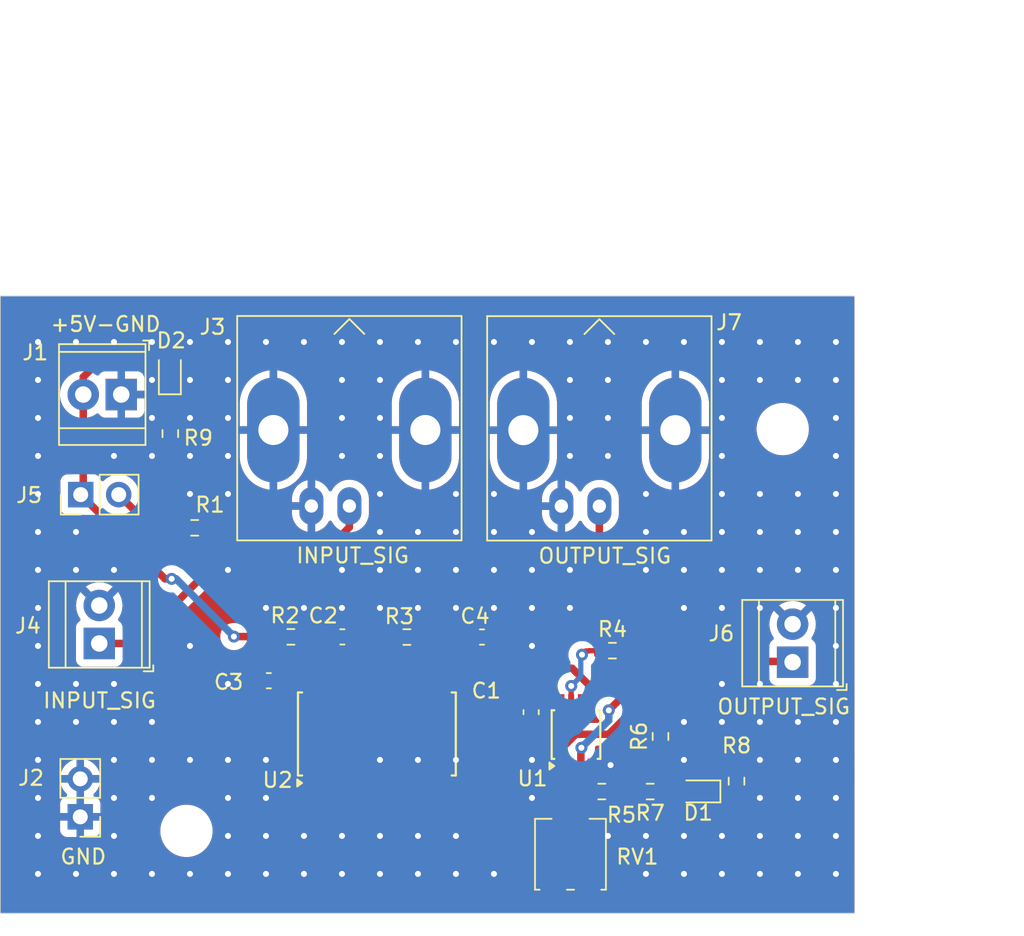
<source format=kicad_pcb>
(kicad_pcb (version 20240108) (generator "pcbnew") (generator_version "8.0")
  (layers (0 "F.Cu" signal) (31 "B.Cu" signal) (34 "B.Paste" user) (35 "F.Paste" user) (36 "B.SilkS" user "B.Silkscreen") (37 "F.SilkS" user "F.Silkscreen") (38 "B.Mask" user) (39 "F.Mask" user) (44 "Edge.Cuts" user))
  (net 0 "")
  (net 1 "/Vcc")
  (net 2 "GND")
  (net 3 "Net-(U2A-RCext)")
  (net 4 "Net-(U2A-Cext)")
  (net 5 "Net-(U1B-+)")
  (net 6 "Net-(D1-K)")
  (net 7 "Net-(D1-A)")
  (net 8 "Net-(J3-In)")
  (net 9 "Net-(J5-Pin_2)")
  (net 10 "Net-(J6-Pin_1)")
  (net 11 "Net-(U2A-Q)")
  (net 12 "Net-(U1B--)")
  (net 13 "Net-(U1A-+)")
  (net 14 "Net-(U1A--)")
  (net 24 "Net-(D2-K)")
  (footprint "Resistor_SMD:R_0603_1608Metric" (layer "F.Cu") (at 130.380946 93.336654 180)
    (property "Reference" "R7" (at 0 -1.43 180) (layer "F.SilkS"))
    (property "Value" "0")
    (fp_line (start -0.237258 0.5225) (end 0.237258 0.5225) (stroke (width 0.12)) (layer "F.SilkS"))
    (fp_line (start -0.237258 -0.5225) (end 0.237258 -0.5225) (stroke (width 0.12)) (layer "F.SilkS"))
    (pad "1" smd roundrect (at -0.825 0 180) (size 0.8 0.95) (layers "F.Cu" "F.Paste" "F.Mask") (net 7 "Net-(D1-A)"))
    (pad "2" smd roundrect (at 0.825 0 180) (size 0.8 0.95) (layers "F.Cu" "F.Paste" "F.Mask") (net 10 "Net-(J6-Pin_1)"))
  )
  (footprint "Resistor_SMD:R_0603_1608Metric" (layer "F.Cu") (at 127.855946 83.916654)
    (property "Reference" "R4" (at 0 -1.43 0) (layer "F.SilkS"))
    (property "Value" "10k")
    (fp_line (start -0.237258 -0.5225) (end 0.237258 -0.5225) (stroke (width 0.12)) (layer "F.SilkS"))
    (fp_line (start -0.237258 0.5225) (end 0.237258 0.5225) (stroke (width 0.12)) (layer "F.SilkS"))
    (pad "1" smd roundrect (at -0.825 0) (size 0.8 0.95) (layers "F.Cu" "F.Paste" "F.Mask") (net 12 "Net-(U1B--)"))
    (pad "2" smd roundrect (at 0.825 0) (size 0.8 0.95) (layers "F.Cu" "F.Paste" "F.Mask") (net 13 "Net-(U1A-+)"))
  )
  (footprint "Resistor_SMD:R_0603_1608Metric" (layer "F.Cu") (at 136.150946 92.641654 90)
    (property "Reference" "R8" (at 2.375 0 0) (layer "F.SilkS"))
    (property "Value" "270")
    (fp_line (start -0.237258 -0.5225) (end 0.237258 -0.5225) (stroke (width 0.12)) (layer "F.SilkS"))
    (fp_line (start -0.237258 0.5225) (end 0.237258 0.5225) (stroke (width 0.12)) (layer "F.SilkS"))
    (pad "1" smd roundrect (at -0.825 0 90) (size 0.8 0.95) (layers "F.Cu" "F.Paste" "F.Mask") (net 6 "Net-(D1-K)"))
    (pad "2" smd roundrect (at 0.825 0 90) (size 0.8 0.95) (layers "F.Cu" "F.Paste" "F.Mask") (net 2 "GND"))
  )
  (footprint "Resistor_SMD:R_0603_1608Metric" (layer "F.Cu") (at 99.930946 75.706654)
    (property "Reference" "R1" (at 1.02 -1.54 0) (layer "F.SilkS"))
    (property "Value" "10k")
    (fp_line (start -0.237258 -0.5225) (end 0.237258 -0.5225) (stroke (width 0.12)) (layer "F.SilkS"))
    (fp_line (start -0.237258 0.5225) (end 0.237258 0.5225) (stroke (width 0.12)) (layer "F.SilkS"))
    (pad "1" smd roundrect (at -0.825 0) (size 0.8 0.95) (layers "F.Cu" "F.Paste" "F.Mask") (net 9 "Net-(J5-Pin_2)"))
    (pad "2" smd roundrect (at 0.825 0) (size 0.8 0.95) (layers "F.Cu" "F.Paste" "F.Mask") (net 8 "Net-(J3-In)"))
  )
  (footprint "Capacitor_SMD:C_0603_1608Metric" (layer "F.Cu") (at 122.420946 88.031654 -90)
    (property "Reference" "C1" (at -1.435 3 180) (layer "F.SilkS"))
    (property "Value" "100nF")
    (fp_line (start -0.14058 0.51) (end 0.14058 0.51) (stroke (width 0.12)) (layer "F.SilkS"))
    (fp_line (start -0.14058 -0.51) (end 0.14058 -0.51) (stroke (width 0.12)) (layer "F.SilkS"))
    (pad "1" smd roundrect (at -0.775 0 270) (size 0.9 0.95) (layers "F.Cu" "F.Paste" "F.Mask") (net 1 "/Vcc"))
    (pad "2" smd roundrect (at 0.775 0 270) (size 0.9 0.95) (layers "F.Cu" "F.Paste" "F.Mask") (net 2 "GND"))
  )
  (footprint "Package_SO:SOIC-16W_5.3x10.2mm_P1.27mm" (layer "F.Cu") (at 112.110946 89.486654 90)
    (property "Reference" "U2" (at -3.08 -6.64 0) (layer "F.SilkS"))
    (property "Value" "74HC123D")
    (fp_line (start 2.775 -5.275) (end 2.775 -5) (stroke (width 0.15)) (layer "F.SilkS"))
    (fp_line (start -2.775 -5.275) (end 2.775 -5.275) (stroke (width 0.15)) (layer "F.SilkS"))
    (fp_line (start -2.775 -5.275) (end -2.775 -5) (stroke (width 0.15)) (layer "F.SilkS"))
    (fp_line (start 2.775 5.275) (end 2.775 5) (stroke (width 0.15)) (layer "F.SilkS"))
    (fp_line (start -2.775 5.275) (end -2.775 5) (stroke (width 0.15)) (layer "F.SilkS"))
    (fp_line (start -2.775 5.275) (end 2.775 5.275) (stroke (width 0.15)) (layer "F.SilkS"))
    (fp_poly (pts (xy -3.275 -5) (xy -3.515 -5.33) (xy -3.035 -5.33) (xy -3.275 -5)) (stroke (width 0.12)) (fill solid) (layer "F.SilkS"))
    (pad "1" smd rect (at -3.55 -4.445 90) (size 1.5 0.6) (layers "F.Cu" "F.Paste" "F.Mask"))
    (pad "2" smd rect (at -3.55 -3.175 90) (size 1.5 0.6) (layers "F.Cu" "F.Paste" "F.Mask") (net 8 "Net-(J3-In)"))
    (pad "3" smd rect (at -3.55 -1.905 90) (size 1.5 0.6) (layers "F.Cu" "F.Paste" "F.Mask") (net 2 "GND"))
    (pad "4" smd rect (at -3.55 -0.635 90) (size 1.5 0.6) (layers "F.Cu" "F.Paste" "F.Mask"))
    (pad "5" smd rect (at -3.55 0.635 90) (size 1.5 0.6) (layers "F.Cu" "F.Paste" "F.Mask"))
    (pad "6" smd rect (at -3.55 1.905 90) (size 1.5 0.6) (layers "F.Cu" "F.Paste" "F.Mask"))
    (pad "7" smd rect (at -3.55 3.175 90) (size 1.5 0.6) (layers "F.Cu" "F.Paste" "F.Mask"))
    (pad "8" smd rect (at -3.55 4.445 90) (size 1.5 0.6) (layers "F.Cu" "F.Paste" "F.Mask") (net 2 "GND"))
    (pad "9" smd rect (at 3.55 4.445 90) (size 1.5 0.6) (layers "F.Cu" "F.Paste" "F.Mask"))
    (pad "10" smd rect (at 3.55 3.175 90) (size 1.5 0.6) (layers "F.Cu" "F.Paste" "F.Mask"))
    (pad "11" smd rect (at 3.55 1.905 90) (size 1.5 0.6) (layers "F.Cu" "F.Paste" "F.Mask"))
    (pad "12" smd rect (at 3.55 0.635 90) (size 1.5 0.6) (layers "F.Cu" "F.Paste" "F.Mask"))
    (pad "13" smd rect (at 3.55 -0.635 90) (size 1.5 0.6) (layers "F.Cu" "F.Paste" "F.Mask") (net 11 "Net-(U2A-Q)"))
    (pad "14" smd rect (at 3.55 -1.905 90) (size 1.5 0.6) (layers "F.Cu" "F.Paste" "F.Mask") (net 4 "Net-(U2A-Cext)"))
    (pad "15" smd rect (at 3.55 -3.175 90) (size 1.5 0.6) (layers "F.Cu" "F.Paste" "F.Mask") (net 3 "Net-(U2A-RCext)"))
    (pad "16" smd rect (at 3.55 -4.445 90) (size 1.5 0.6) (layers "F.Cu" "F.Paste" "F.Mask") (net 1 "/Vcc"))
  )
  (footprint "Resistor_SMD:R_0603_1608Metric" (layer "F.Cu") (at 98.300946 69.406654 -90)
    (property "Reference" "R9" (at 0.29 -1.87 180) (layer "F.SilkS"))
    (property "Value" "270")
    (fp_line (start -0.237258 0.5225) (end 0.237258 0.5225) (stroke (width 0.12)) (layer "F.SilkS"))
    (fp_line (start -0.237258 -0.5225) (end 0.237258 -0.5225) (stroke (width 0.12)) (layer "F.SilkS"))
    (pad "1" smd roundrect (at -0.825 0 270) (size 0.8 0.95) (layers "F.Cu" "F.Paste" "F.Mask") (net 24 "Net-(D2-K)"))
    (pad "2" smd roundrect (at 0.825 0 270) (size 0.8 0.95) (layers "F.Cu" "F.Paste" "F.Mask") (net 2 "GND"))
  )
  (footprint "Capacitor_SMD:C_0603_1608Metric" (layer "F.Cu") (at 109.800946 82.996654)
    (property "Reference" "C2" (at -1.28 -1.42 0) (layer "F.SilkS"))
    (property "Value" "100nF")
    (fp_line (start -0.14058 -0.51) (end 0.14058 -0.51) (stroke (width 0.12)) (layer "F.SilkS"))
    (fp_line (start -0.14058 0.51) (end 0.14058 0.51) (stroke (width 0.12)) (layer "F.SilkS"))
    (pad "1" smd roundrect (at -0.775 0) (size 0.9 0.95) (layers "F.Cu" "F.Paste" "F.Mask") (net 3 "Net-(U2A-RCext)"))
    (pad "2" smd roundrect (at 0.775 0) (size 0.9 0.95) (layers "F.Cu" "F.Paste" "F.Mask") (net 4 "Net-(U2A-Cext)"))
  )
  (footprint "Resistor_SMD:R_0603_1608Metric" (layer "F.Cu") (at 114.115946 83.006654)
    (property "Reference" "R3" (at -0.505 -1.38 0) (layer "F.SilkS"))
    (property "Value" "10k")
    (fp_line (start -0.237258 -0.5225) (end 0.237258 -0.5225) (stroke (width 0.12)) (layer "F.SilkS"))
    (fp_line (start -0.237258 0.5225) (end 0.237258 0.5225) (stroke (width 0.12)) (layer "F.SilkS"))
    (pad "1" smd roundrect (at -0.825 0) (size 0.8 0.95) (layers "F.Cu" "F.Paste" "F.Mask") (net 11 "Net-(U2A-Q)"))
    (pad "2" smd roundrect (at 0.825 0) (size 0.8 0.95) (layers "F.Cu" "F.Paste" "F.Mask") (net 5 "Net-(U1B-+)"))
  )
  (footprint "Capacitor_SMD:C_0603_1608Metric" (layer "F.Cu") (at 104.885946 85.926654 180)
    (property "Reference" "C3" (at 2.685 -0.09 180) (layer "F.SilkS"))
    (property "Value" "100nF")
    (fp_line (start -0.14058 0.51) (end 0.14058 0.51) (stroke (width 0.12)) (layer "F.SilkS"))
    (fp_line (start -0.14058 -0.51) (end 0.14058 -0.51) (stroke (width 0.12)) (layer "F.SilkS"))
    (pad "1" smd roundrect (at -0.775 0 180) (size 0.9 0.95) (layers "F.Cu" "F.Paste" "F.Mask") (net 1 "/Vcc"))
    (pad "2" smd roundrect (at 0.775 0 180) (size 0.9 0.95) (layers "F.Cu" "F.Paste" "F.Mask") (net 2 "GND"))
  )
  (footprint "Resistor_SMD:R_0603_1608Metric" (layer "F.Cu") (at 131.070946 89.651654 90)
    (property "Reference" "R6" (at 0 -1.43 -90) (layer "F.SilkS"))
    (property "Value" "10k")
    (fp_line (start -0.237258 -0.5225) (end 0.237258 -0.5225) (stroke (width 0.12)) (layer "F.SilkS"))
    (fp_line (start -0.237258 0.5225) (end 0.237258 0.5225) (stroke (width 0.12)) (layer "F.SilkS"))
    (pad "1" smd roundrect (at -0.825 0 90) (size 0.8 0.95) (layers "F.Cu" "F.Paste" "F.Mask") (net 2 "GND"))
    (pad "2" smd roundrect (at 0.825 0 90) (size 0.8 0.95) (layers "F.Cu" "F.Paste" "F.Mask") (net 10 "Net-(J6-Pin_1)"))
  )
  (footprint "LED_SMD:LED_0603_1608Metric" (layer "F.Cu") (at 98.270946 65.294154 90)
    (property "Reference" "D2" (at 2.1075 0.09 0) (layer "F.SilkS"))
    (property "Value" "LED")
    (fp_line (start 0.8 -0.735) (end -1.485 -0.735) (stroke (width 0.12)) (layer "F.SilkS"))
    (fp_line (start -1.485 -0.735) (end -1.485 0.735) (stroke (width 0.12)) (layer "F.SilkS"))
    (fp_line (start -1.485 0.735) (end 0.8 0.735) (stroke (width 0.12)) (layer "F.SilkS"))
    (pad "1" smd roundrect (at -0.7875 0 90) (size 0.875 0.95) (layers "F.Cu" "F.Paste" "F.Mask") (net 24 "Net-(D2-K)"))
    (pad "2" smd roundrect (at 0.7875 0 90) (size 0.875 0.95) (layers "F.Cu" "F.Paste" "F.Mask") (net 1 "/Vcc"))
  )
  (footprint "Connector_Coaxial:BNC_Amphenol_B6252HB-NPP3G-50_Horizontal" (layer "F.Cu") (at 126.980946 74.256654)
    (property "Reference" "J7" (at 8.67 -12.28 0) (layer "F.SilkS"))
    (property "Value" "Conn_Coaxial")
    (fp_line (start -7.5 -12.7) (end 7.5 -12.7) (stroke (width 0.12)) (layer "F.SilkS"))
    (fp_line (start -7.5 2.3) (end -7.5 -12.7) (stroke (width 0.12)) (layer "F.SilkS"))
    (fp_line (start 0 -12.5) (end -1 -11.5) (stroke (width 0.12)) (layer "F.SilkS"))
    (fp_line (start 0 -12.5) (end 1 -11.5) (stroke (width 0.12)) (layer "F.SilkS"))
    (fp_line (start 7.5 -12.7) (end 7.5 2.3) (stroke (width 0.12)) (layer "F.SilkS"))
    (fp_line (start 7.5 2.3) (end -7.5 2.3) (stroke (width 0.12)) (layer "F.SilkS"))
    (pad "1" thru_hole oval (at 0 0) (size 1.6 2.5) (drill 0.89) (layers "*.Cu" "*.Mask") (net 10 "Net-(J6-Pin_1)"))
    (pad "2" thru_hole oval (at -5.08 -5.08) (size 3.5 7) (drill 2.01) (layers "*.Cu" "*.Mask") (net 2 "GND"))
    (pad "2" thru_hole oval (at -2.54 0) (size 1.6 2.5) (drill 0.89) (layers "*.Cu" "*.Mask") (net 2 "GND"))
    (pad "2" thru_hole oval (at 5.08 -5.08) (size 3.5 7) (drill 2.01) (layers "*.Cu" "*.Mask") (net 2 "GND"))
  )
  (footprint "Capacitor_SMD:C_0603_1608Metric" (layer "F.Cu") (at 119.135946 83.006654)
    (property "Reference" "C4" (at -0.465 -1.4 0) (layer "F.SilkS"))
    (property "Value" "100nF")
    (fp_line (start -0.14058 -0.51) (end 0.14058 -0.51) (stroke (width 0.12)) (layer "F.SilkS"))
    (fp_line (start -0.14058 0.51) (end 0.14058 0.51) (stroke (width 0.12)) (layer "F.SilkS"))
    (pad "1" smd roundrect (at -0.775 0) (size 0.9 0.95) (layers "F.Cu" "F.Paste" "F.Mask") (net 5 "Net-(U1B-+)"))
    (pad "2" smd roundrect (at 0.775 0) (size 0.9 0.95) (layers "F.Cu" "F.Paste" "F.Mask") (net 2 "GND"))
  )
  (footprint "LED_SMD:LED_0603_1608Metric" (layer "F.Cu") (at 133.588446 93.326654 180)
    (property "Reference" "D1" (at 0 -1.43 180) (layer "F.SilkS"))
    (property "Value" "LED")
    (fp_line (start 0.8 -0.735) (end -1.485 -0.735) (stroke (width 0.12)) (layer "F.SilkS"))
    (fp_line (start -1.485 0.735) (end 0.8 0.735) (stroke (width 0.12)) (layer "F.SilkS"))
    (fp_line (start -1.485 -0.735) (end -1.485 0.735) (stroke (width 0.12)) (layer "F.SilkS"))
    (pad "1" smd roundrect (at -0.7875 0 180) (size 0.875 0.95) (layers "F.Cu" "F.Paste" "F.Mask") (net 6 "Net-(D1-K)"))
    (pad "2" smd roundrect (at 0.7875 0 180) (size 0.875 0.95) (layers "F.Cu" "F.Paste" "F.Mask") (net 7 "Net-(D1-A)"))
  )
  (footprint "Connector_Coaxial:BNC_Amphenol_B6252HB-NPP3G-50_Horizontal" (layer "F.Cu") (at 110.270946 74.246654)
    (property "Reference" "J3" (at -9.15 -11.97 0) (layer "F.SilkS"))
    (property "Value" "Conn_Coaxial")
    (fp_line (start -7.5 -12.7) (end 7.5 -12.7) (stroke (width 0.12)) (layer "F.SilkS"))
    (fp_line (start -7.5 2.3) (end -7.5 -12.7) (stroke (width 0.12)) (layer "F.SilkS"))
    (fp_line (start 0 -12.5) (end -1 -11.5) (stroke (width 0.12)) (layer "F.SilkS"))
    (fp_line (start 0 -12.5) (end 1 -11.5) (stroke (width 0.12)) (layer "F.SilkS"))
    (fp_line (start 7.5 -12.7) (end 7.5 2.3) (stroke (width 0.12)) (layer "F.SilkS"))
    (fp_line (start 7.5 2.3) (end -7.5 2.3) (stroke (width 0.12)) (layer "F.SilkS"))
    (pad "1" thru_hole oval (at 0 0) (size 1.6 2.5) (drill 0.89) (layers "*.Cu" "*.Mask") (net 8 "Net-(J3-In)"))
    (pad "2" thru_hole oval (at -5.08 -5.08) (size 3.5 7) (drill 2.01) (layers "*.Cu" "*.Mask") (net 2 "GND"))
    (pad "2" thru_hole oval (at -2.54 0) (size 1.6 2.5) (drill 0.89) (layers "*.Cu" "*.Mask") (net 2 "GND"))
    (pad "2" thru_hole oval (at 5.08 -5.08) (size 3.5 7) (drill 2.01) (layers "*.Cu" "*.Mask") (net 2 "GND"))
  )
  (footprint "MountingHole:MountingHole_3mm" (layer "F.Cu") (at 139.240946 69.106654)
    (property "Reference" "H2" (hide yes))
    (property "Value" "MountingHole")
    (pad "" np_thru_hole circle (at 0 0) (size 3 3) (drill 3) (layers "*.Cu" "*.Mask"))
  )
  (footprint "MountingHole:MountingHole_3mm" (layer "F.Cu") (at 99.380946 95.966654)
    (property "Reference" "H1" (hide yes))
    (property "Value" "MountingHole")
    (pad "" np_thru_hole circle (at 0 0) (size 3 3) (drill 3) (layers "*.Cu" "*.Mask"))
  )
  (footprint "Resistor_SMD:R_0603_1608Metric" (layer "F.Cu") (at 127.145946 93.336654)
    (property "Reference" "R5" (at 1.315 1.56 0) (layer "F.SilkS"))
    (property "Value" "10k")
    (fp_line (start -0.237258 -0.5225) (end 0.237258 -0.5225) (stroke (width 0.12)) (layer "F.SilkS"))
    (fp_line (start -0.237258 0.5225) (end 0.237258 0.5225) (stroke (width 0.12)) (layer "F.SilkS"))
    (pad "1" smd roundrect (at -0.825 0) (size 0.8 0.95) (layers "F.Cu" "F.Paste" "F.Mask") (net 13 "Net-(U1A-+)"))
    (pad "2" smd roundrect (at 0.825 0) (size 0.8 0.95) (layers "F.Cu" "F.Paste" "F.Mask") (net 10 "Net-(J6-Pin_1)"))
  )
  (footprint "TerminalBlock_TE-Connectivity:TerminalBlock_TE_282834-2_1x02_P2.54mm_Horizontal" (layer "F.Cu") (at 95.020946 66.796654 180)
    (property "Reference" "J1" (at 5.75 2.81 180) (layer "F.SilkS"))
    (property "Value" "+5V")
    (fp_line (start 4.16 -3.37) (end 4.16 3.37) (stroke (width 0.12)) (layer "F.SilkS"))
    (fp_line (start -1.62 3.37) (end 4.16 3.37) (stroke (width 0.12)) (layer "F.SilkS"))
    (fp_line (start -1.62 2.85) (end 4.16 2.85) (stroke (width 0.12)) (layer "F.SilkS"))
    (fp_line (start -1.62 -2.25) (end 4.16 -2.25) (stroke (width 0.12)) (layer "F.SilkS"))
    (fp_line (start -1.62 -3.37) (end 4.16 -3.37) (stroke (width 0.12)) (layer "F.SilkS"))
    (fp_line (start -1.62 -3.37) (end -1.62 3.37) (stroke (width 0.12)) (layer "F.SilkS"))
    (fp_line (start -1.86 3.61) (end -1.46 3.61) (stroke (width 0.12)) (layer "F.SilkS"))
    (fp_line (start -1.86 2.97) (end -1.86 3.61) (stroke (width 0.12)) (layer "F.SilkS"))
    (pad "1" thru_hole rect (at 0 0 180) (size 2.1 2.1) (drill 1.1) (layers "*.Cu" "*.Mask") (net 2 "GND"))
    (pad "2" thru_hole circle (at 2.54 0 180) (size 2.1 2.1) (drill 1.1) (layers "*.Cu" "*.Mask") (net 1 "/Vcc"))
  )
  (footprint "Resistor_SMD:R_0603_1608Metric" (layer "F.Cu") (at 106.360946 82.996654)
    (property "Reference" "R2" (at -0.39 -1.43 0) (layer "F.SilkS"))
    (property "Value" "10k")
    (fp_line (start -0.237258 -0.5225) (end 0.237258 -0.5225) (stroke (width 0.12)) (layer "F.SilkS"))
    (fp_line (start -0.237258 0.5225) (end 0.237258 0.5225) (stroke (width 0.12)) (layer "F.SilkS"))
    (pad "1" smd roundrect (at -0.825 0) (size 0.8 0.95) (layers "F.Cu" "F.Paste" "F.Mask") (net 1 "/Vcc"))
    (pad "2" smd roundrect (at 0.825 0) (size 0.8 0.95) (layers "F.Cu" "F.Paste" "F.Mask") (net 3 "Net-(U2A-RCext)"))
  )
  (footprint "Package_SO:TSSOP-8_3x3mm_P0.65mm" (layer "F.Cu") (at 125.420946 89.526654 90)
    (property "Reference" "U1" (at -2.94 -2.91 0) (layer "F.SilkS"))
    (property "Value" "LM358DR")
    (fp_line (start 1.625 -1.625) (end 1.625 -1.45) (stroke (width 0.15)) (layer "F.SilkS"))
    (fp_line (start -1.625 -1.625) (end 1.625 -1.625) (stroke (width 0.15)) (layer "F.SilkS"))
    (fp_line (start -1.625 -1.625) (end -1.625 -1.45) (stroke (width 0.15)) (layer "F.SilkS"))
    (fp_line (start 1.625 1.45) (end 1.625 1.625) (stroke (width 0.15)) (layer "F.SilkS"))
    (fp_line (start -1.625 1.45) (end -1.625 1.625) (stroke (width 0.15)) (layer "F.SilkS"))
    (fp_line (start -1.625 1.625) (end 1.625 1.625) (stroke (width 0.15)) (layer "F.SilkS"))
    (fp_poly (pts (xy -2.1 -1.45) (xy -2.34 -1.78) (xy -1.86 -1.78) (xy -2.1 -1.45)) (stroke (width 0.12)) (fill solid) (layer "F.SilkS"))
    (pad "1" smd rect (at -2.15 -0.975 90) (size 1.1 0.4) (layers "F.Cu" "F.Paste" "F.Mask") (net 10 "Net-(J6-Pin_1)"))
    (pad "2" smd rect (at -2.15 -0.325 90) (size 1.1 0.4) (layers "F.Cu" "F.Paste" "F.Mask") (net 14 "Net-(U1A--)"))
    (pad "3" smd rect (at -2.15 0.325 90) (size 1.1 0.4) (layers "F.Cu" "F.Paste" "F.Mask") (net 13 "Net-(U1A-+)"))
    (pad "4" smd rect (at -2.15 0.975 90) (size 1.1 0.4) (layers "F.Cu" "F.Paste" "F.Mask") (net 2 "GND"))
    (pad "5" smd rect (at 2.15 0.975 90) (size 1.1 0.4) (layers "F.Cu" "F.Paste" "F.Mask") (net 5 "Net-(U1B-+)"))
    (pad "6" smd rect (at 2.15 0.325 90) (size 1.1 0.4) (layers "F.Cu" "F.Paste" "F.Mask") (net 12 "Net-(U1B--)"))
    (pad "7" smd rect (at 2.15 -0.325 90) (size 1.1 0.4) (layers "F.Cu" "F.Paste" "F.Mask") (net 12 "Net-(U1B--)"))
    (pad "8" smd rect (at 2.15 -0.975 90) (size 1.1 0.4) (layers "F.Cu" "F.Paste" "F.Mask") (net 1 "/Vcc"))
  )
  (footprint "Potentiometer_SMD:Potentiometer_Bourns_3314J_Vertical" (layer "F.Cu") (at 125.050946 97.526654 180)
    (property "Reference" "RV1" (at -4.47 -0.17 180) (layer "F.SilkS"))
    (property "Value" "R_Potentiometer")
    (fp_line (start 2.37 -2.37) (end 2.37 2.37) (stroke (width 0.12)) (layer "F.SilkS"))
    (fp_line (start 2.06 -2.37) (end 2.37 -2.37) (stroke (width 0.12)) (layer "F.SilkS"))
    (fp_line (start 1.26 2.37) (end 2.37 2.37) (stroke (width 0.12)) (layer "F.SilkS"))
    (fp_line (start -0.24 -2.37) (end 0.24 -2.37) (stroke (width 0.12)) (layer "F.SilkS"))
    (fp_line (start -2.37 2.37) (end -1.27 2.37) (stroke (width 0.12)) (layer "F.SilkS"))
    (fp_line (start -2.37 -2.37) (end -2.06 -2.37) (stroke (width 0.12)) (layer "F.SilkS"))
    (fp_line (start -2.37 -2.37) (end -2.37 2.37) (stroke (width 0.12)) (layer "F.SilkS"))
    (pad "1" smd roundrect (at -1.15 -2 180) (size 1.3 2) (layers "F.Cu" "F.Paste" "F.Mask") (roundrect_rratio 0.1923076923) (net 1 "/Vcc"))
    (pad "2" smd roundrect (at 0 2 180) (size 2 2) (layers "F.Cu" "F.Paste" "F.Mask") (roundrect_rratio 0.125) (net 14 "Net-(U1A--)"))
    (pad "3" smd roundrect (at 1.15 -2 180) (size 1.3 2) (layers "F.Cu" "F.Paste" "F.Mask") (roundrect_rratio 0.1923076923) (net 2 "GND"))
  )
  (footprint "TerminalBlock_TE-Connectivity:TerminalBlock_TE_282834-2_1x02_P2.54mm_Horizontal" (layer "F.Cu") (at 93.550946 83.436654 90)
    (property "Reference" "J4" (at 1.18 -4.77 180) (layer "F.SilkS"))
    (property "Value" "Sensor")
    (fp_line (start 4.16 -3.37) (end 4.16 3.37) (stroke (width 0.12)) (layer "F.SilkS"))
    (fp_line (start -1.62 -3.37) (end 4.16 -3.37) (stroke (width 0.12)) (layer "F.SilkS"))
    (fp_line (start -1.62 -3.37) (end -1.62 3.37) (stroke (width 0.12)) (layer "F.SilkS"))
    (fp_line (start -1.62 -2.25) (end 4.16 -2.25) (stroke (width 0.12)) (layer "F.SilkS"))
    (fp_line (start -1.62 2.85) (end 4.16 2.85) (stroke (width 0.12)) (layer "F.SilkS"))
    (fp_line (start -1.86 2.97) (end -1.86 3.61) (stroke (width 0.12)) (layer "F.SilkS"))
    (fp_line (start -1.62 3.37) (end 4.16 3.37) (stroke (width 0.12)) (layer "F.SilkS"))
    (fp_line (start -1.86 3.61) (end -1.46 3.61) (stroke (width 0.12)) (layer "F.SilkS"))
    (pad "1" thru_hole rect (at 0 0 90) (size 2.1 2.1) (drill 1.1) (layers "*.Cu" "*.Mask") (net 8 "Net-(J3-In)"))
    (pad "2" thru_hole circle (at 2.54 0 90) (size 2.1 2.1) (drill 1.1) (layers "*.Cu" "*.Mask") (net 2 "GND"))
  )
  (footprint "Connector_PinHeader_2.54mm:PinHeader_1x02_P2.54mm_Vertical" (layer "F.Cu") (at 92.280946 95.026654 180)
    (property "Reference" "J2" (at 3.29 2.6 0) (layer "F.SilkS"))
    (property "Value" "GND")
    (fp_line (start 1.33 1.27) (end 1.33 3.87) (stroke (width 0.12)) (layer "F.SilkS"))
    (fp_line (start -1.33 3.87) (end 1.33 3.87) (stroke (width 0.12)) (layer "F.SilkS"))
    (fp_line (start -1.33 1.27) (end 1.33 1.27) (stroke (width 0.12)) (layer "F.SilkS"))
    (fp_line (start -1.33 1.27) (end -1.33 3.87) (stroke (width 0.12)) (layer "F.SilkS"))
    (fp_line (start -1.33 0) (end -1.33 -1.33) (stroke (width 0.12)) (layer "F.SilkS"))
    (fp_line (start -1.33 -1.33) (end 0 -1.33) (stroke (width 0.12)) (layer "F.SilkS"))
    (pad "1" thru_hole rect (at 0 0 180) (size 1.7 1.7) (drill 1) (layers "*.Cu" "*.Mask") (net 2 "GND"))
    (pad "2" thru_hole oval (at 0 2.54 180) (size 1.7 1.7) (drill 1) (layers "*.Cu" "*.Mask") (net 2 "GND"))
  )
  (footprint "Connector_PinHeader_2.54mm:PinHeader_1x02_P2.54mm_Vertical" (layer "F.Cu") (at 92.310946 73.486654 90)
    (property "Reference" "J5" (at -0.04 -3.45 0) (layer "F.SilkS"))
    (property "Value" "LINK_Power")
    (fp_line (start -1.33 -1.33) (end 0 -1.33) (stroke (width 0.12)) (layer "F.SilkS"))
    (fp_line (start -1.33 0) (end -1.33 -1.33) (stroke (width 0.12)) (layer "F.SilkS"))
    (fp_line (start 1.33 1.27) (end 1.33 3.87) (stroke (width 0.12)) (layer "F.SilkS"))
    (fp_line (start -1.33 1.27) (end 1.33 1.27) (stroke (width 0.12)) (layer "F.SilkS"))
    (fp_line (start -1.33 1.27) (end -1.33 3.87) (stroke (width 0.12)) (layer "F.SilkS"))
    (fp_line (start -1.33 3.87) (end 1.33 3.87) (stroke (width 0.12)) (layer "F.SilkS"))
    (pad "1" thru_hole rect (at 0 0 90) (size 1.7 1.7) (drill 1) (layers "*.Cu" "*.Mask") (net 1 "/Vcc"))
    (pad "2" thru_hole oval (at 0 2.54 90) (size 1.7 1.7) (drill 1) (layers "*.Cu" "*.Mask") (net 9 "Net-(J5-Pin_2)"))
  )
  (footprint "TerminalBlock_TE-Connectivity:TerminalBlock_TE_282834-2_1x02_P2.54mm_Horizontal" (layer "F.Cu") (at 139.900946 84.686654 90)
    (property "Reference" "J6" (at 1.91 -4.76 0) (layer "F.SilkS"))
    (property "Value" "output")
    (fp_line (start 4.16 -3.37) (end 4.16 3.37) (stroke (width 0.12)) (layer "F.SilkS"))
    (fp_line (start -1.62 -3.37) (end 4.16 -3.37) (stroke (width 0.12)) (layer "F.SilkS"))
    (fp_line (start -1.62 -3.37) (end -1.62 3.37) (stroke (width 0.12)) (layer "F.SilkS"))
    (fp_line (start -1.62 -2.25) (end 4.16 -2.25) (stroke (width 0.12)) (layer "F.SilkS"))
    (fp_line (start -1.62 2.85) (end 4.16 2.85) (stroke (width 0.12)) (layer "F.SilkS"))
    (fp_line (start -1.86 2.97) (end -1.86 3.61) (stroke (width 0.12)) (layer "F.SilkS"))
    (fp_line (start -1.62 3.37) (end 4.16 3.37) (stroke (width 0.12)) (layer "F.SilkS"))
    (fp_line (start -1.86 3.61) (end -1.46 3.61) (stroke (width 0.12)) (layer "F.SilkS"))
    (pad "1" thru_hole rect (at 0 0 90) (size 2.1 2.1) (drill 1.1) (layers "*.Cu" "*.Mask") (net 10 "Net-(J6-Pin_1)"))
    (pad "2" thru_hole circle (at 2.54 0 90) (size 2.1 2.1) (drill 1.1) (layers "*.Cu" "*.Mask") (net 2 "GND"))
  )
  (gr_rect (start 86.940946 60.206654) (end 144.050946 101.476654) (stroke (width 0.05)) (fill none) (layer "Edge.Cuts"))
  (gr_text "GND" (at 90.860946 98.276654 0) (layer "F.SilkS") (effects (font (size 1 1)) (justify left bottom)))
  (gr_text "INPUT_SIG" (at 106.630946 78.146654 0) (layer "F.SilkS") (effects (font (size 1 1)) (justify left bottom)))
  (gr_text "+5V-GND" (at 90.210946 62.676654 0) (layer "F.SilkS") (effects (font (size 1 1)) (justify left bottom)))
  (gr_text "INPUT_SIG" (at 89.710946 87.836654 0) (layer "F.SilkS") (effects (font (size 1 1)) (justify left bottom)))
  (gr_text "OUTPUT_SIG" (at 134.780946 88.246654 0) (layer "F.SilkS") (effects (font (size 1 1)) (justify left bottom)))
  (gr_text "OUTPUT_SIG" (at 122.820946 78.166654 0) (layer "F.SilkS") (effects (font (size 1 1)) (justify left bottom)))
  (segment (start 92.310946 73.486654) (end 97.940946 79.116654) (width 0.5) (layer "F.Cu") (net 1))
  (segment (start 92.480946 65.626654) (end 93.600946 64.506654) (width 0.5) (layer "F.Cu") (net 1))
  (segment (start 125.320946 97.856654) (end 125.320946 98.646654) (width 0.5) (layer "F.Cu") (net 1))
  (segment (start 105.535946 83.806654) (end 106.873446 85.144154) (width 0.5) (layer "F.Cu") (net 1))
  (segment (start 92.480946 66.796654) (end 92.480946 65.626654) (width 0.5) (layer "F.Cu") (net 1))
  (segment (start 108.645946 87.596654) (end 120.280946 87.596654) (width 0.5) (layer "F.Cu") (net 1))
  (segment (start 123.070946 97.266654) (end 124.730946 97.266654) (width 0.5) (layer "F.Cu") (net 1))
  (segment (start 120.280946 94.476654) (end 123.070946 97.266654) (width 0.5) (layer "F.Cu") (net 1))
  (segment (start 97.940946 79.116654) (end 98.390946 79.116654) (width 0.5) (layer "F.Cu") (net 1))
  (segment (start 122.540946 87.376654) (end 122.420946 87.256654) (width 0.35) (layer "F.Cu") (net 1))
  (segment (start 120.280946 87.596654) (end 120.280946 94.476654) (width 0.5) (layer "F.Cu") (net 1))
  (segment (start 92.480946 66.796654) (end 92.480946 73.316654) (width 0.5) (layer "F.Cu") (net 1))
  (segment (start 107.665946 85.936654) (end 107.665946 86.616654) (width 0.5) (layer "F.Cu") (net 1))
  (segment (start 125.320946 98.646654) (end 126.200946 99.526654) (width 0.5) (layer "F.Cu") (net 1))
  (segment (start 93.600946 64.506654) (end 98.270946 64.506654) (width 0.5) (layer "F.Cu") (net 1))
  (segment (start 106.090946 85.926654) (end 106.873446 85.144154) (width 0.5) (layer "F.Cu") (net 1))
  (segment (start 124.445946 87.376654) (end 122.540946 87.376654) (width 0.35) (layer "F.Cu") (net 1))
  (segment (start 102.550946 82.976654) (end 105.515946 82.976654) (width 0.5) (layer "F.Cu") (net 1))
  (segment (start 92.480946 73.316654) (end 92.310946 73.486654) (width 0.5) (layer "F.Cu") (net 1))
  (segment (start 105.515946 82.976654) (end 105.535946 82.996654) (width 0.5) (layer "F.Cu") (net 1))
  (segment (start 107.665946 86.616654) (end 108.645946 87.596654) (width 0.5) (layer "F.Cu") (net 1))
  (segment (start 105.535946 82.996654) (end 105.535946 83.806654) (width 0.5) (layer "F.Cu") (net 1))
  (segment (start 120.280946 87.596654) (end 120.620946 87.256654) (width 0.5) (layer "F.Cu") (net 1))
  (segment (start 105.660946 85.926654) (end 106.090946 85.926654) (width 0.5) (layer "F.Cu") (net 1))
  (segment (start 120.620946 87.256654) (end 122.420946 87.256654) (width 0.5) (layer "F.Cu") (net 1))
  (segment (start 106.873446 85.144154) (end 107.665946 85.936654) (width 0.5) (layer "F.Cu") (net 1))
  (segment (start 124.730946 97.266654) (end 125.320946 97.856654) (width 0.5) (layer "F.Cu") (net 1))
  (via (at 98.390946 79.116654) (size 0.8) (drill 0.4) (layers "F.Cu" "B.Cu") (net 1))
  (via (at 102.550946 82.976654) (size 0.8) (drill 0.4) (layers "F.Cu" "B.Cu") (net 1))
  (segment (start 98.690946 79.116654) (end 102.550946 82.976654) (width 0.5) (layer "B.Cu") (net 1))
  (segment (start 98.390946 79.116654) (end 98.690946 79.116654) (width 0.5) (layer "B.Cu") (net 1))
  (segment (start 126.395946 91.676654) (end 127.620946 91.676654) (width 0.35) (layer "F.Cu") (net 2))
  (segment (start 127.620946 91.676654) (end 127.730946 91.566654) (width 0.35) (layer "F.Cu") (net 2))
  (via (at 137.715946 91.221654) (size 0.8) (drill 0.4) (layers "F.Cu" "B.Cu") (net 2))
  (via (at 104.695946 81.061654) (size 0.8) (drill 0.4) (layers "F.Cu" "B.Cu") (net 2))
  (via (at 89.455946 86.141654) (size 0.8) (drill 0.4) (layers "F.Cu" "B.Cu") (net 2))
  (via (at 114.855946 81.061654) (size 0.8) (drill 0.4) (layers "F.Cu" "B.Cu") (net 2))
  (via (at 94.535946 86.141654) (size 0.8) (drill 0.4) (layers "F.Cu" "B.Cu") (net 2))
  (via (at 130.095946 75.981654) (size 0.8) (drill 0.4) (layers "F.Cu" "B.Cu") (net 2))
  (via (at 99.615946 98.841654) (size 0.8) (drill 0.4) (layers "F.Cu" "B.Cu") (net 2))
  (via (at 140.255946 75.981654) (size 0.8) (drill 0.4) (layers "F.Cu" "B.Cu") (net 2))
  (via (at 109.775946 78.521654) (size 0.8) (drill 0.4) (layers "F.Cu" "B.Cu") (net 2))
  (via (at 97.075946 65.821654) (size 0.8) (drill 0.4) (layers "F.Cu" "B.Cu") (net 2))
  (via (at 102.155946 91.221654) (size 0.8) (drill 0.4) (layers "F.Cu" "B.Cu") (net 2))
  (via (at 89.455946 68.361654) (size 0.8) (drill 0.4) (layers "F.Cu" "B.Cu") (net 2))
  (via (at 94.535946 93.761654) (size 0.8) (drill 0.4) (layers "F.Cu" "B.Cu") (net 2))
  (via (at 117.395946 81.061654) (size 0.8) (drill 0.4) (layers "F.Cu" "B.Cu") (net 2))
  (via (at 142.795946 70.901654) (size 0.8) (drill 0.4) (layers "F.Cu" "B.Cu") (net 2))
  (via (at 109.775946 65.821654) (size 0.8) (drill 0.4) (layers "F.Cu" "B.Cu") (net 2))
  (via (at 109.775946 68.361654) (size 0.8) (drill 0.4) (layers "F.Cu" "B.Cu") (net 2))
  (via (at 114.855946 63.281654) (size 0.8) (drill 0.4) (layers "F.Cu" "B.Cu") (net 2))
  (via (at 89.455946 78.521654) (size 0.8) (drill 0.4) (layers "F.Cu" "B.Cu") (net 2))
  (via (at 135.175946 68.361654) (size 0.8) (drill 0.4) (layers "F.Cu" "B.Cu") (net 2))
  (via (at 91.995946 75.981654) (size 0.8) (drill 0.4) (layers "F.Cu" "B.Cu") (net 2))
  (via (at 130.095946 96.301654) (size 0.8) (drill 0.4) (layers "F.Cu" "B.Cu") (net 2))
  (via (at 137.715946 81.061654) (size 0.8) (drill 0.4) (layers "F.Cu" "B.Cu") (net 2))
  (via (at 107.235946 63.281654) (size 0.8) (drill 0.4) (layers "F.Cu" "B.Cu") (net 2))
  (via (at 102.155946 73.441654) (size 0.8) (drill 0.4) (layers "F.Cu" "B.Cu") (net 2))
  (via (at 127.555946 96.301654) (size 0.8) (drill 0.4) (layers "F.Cu" "B.Cu") (net 2))
  (via (at 142.795946 68.361654) (size 0.8) (drill 0.4) (layers "F.Cu" "B.Cu") (net 2))
  (via (at 112.315946 63.281654) (size 0.8) (drill 0.4) (layers "F.Cu" "B.Cu") (net 2))
  (via (at 142.795946 88.681654) (size 0.8) (drill 0.4) (layers "F.Cu" "B.Cu") (net 2))
  (via (at 127.555946 68.361654) (size 0.8) (drill 0.4) (layers "F.Cu" "B.Cu") (net 2))
  (via (at 132.635946 63.281654) (size 0.8) (drill 0.4) (layers "F.Cu" "B.Cu") (net 2))
  (via (at 94.535946 98.841654) (size 0.8) (drill 0.4) (layers "F.Cu" "B.Cu") (net 2))
  (via (at 135.175946 86.141654) (size 0.8) (drill 0.4) (layers "F.Cu" "B.Cu") (net 2))
  (via (at 112.315946 98.841654) (size 0.8) (drill 0.4) (layers "F.Cu" "B.Cu") (net 2))
  (via (at 104.695946 98.841654) (size 0.8) (drill 0.4) (layers "F.Cu" "B.Cu") (net 2))
  (via (at 94.535946 88.681654) (size 0.8) (drill 0.4) (layers "F.Cu" "B.Cu") (net 2))
  (via (at 109.775946 96.301654) (size 0.8) (drill 0.4) (layers "F.Cu" "B.Cu") (net 2))
  (via (at 142.795946 65.821654) (size 0.8) (drill 0.4) (layers "F.Cu" "B.Cu") (net 2))
  (via (at 91.995946 88.681654) (size 0.8) (drill 0.4) (layers "F.Cu" "B.Cu") (net 2))
  (via (at 97.075946 88.681654) (size 0.8) (drill 0.4) (layers "F.Cu" "B.Cu") (net 2))
  (via (at 135.175946 65.821654) (size 0.8) (drill 0.4) (layers "F.Cu" "B.Cu") (net 2))
  (via (at 119.935946 75.981654) (size 0.8) (drill 0.4) (layers "F.Cu" "B.Cu") (net 2))
  (via (at 99.615946 65.821654) (size 0.8) (drill 0.4) (layers "F.Cu" "B.Cu") (net 2))
  (via (at 104.695946 93.761654) (size 0.8) (drill 0.4) (layers "F.Cu" "B.Cu") (net 2))
  (via (at 137.715946 73.441654) (size 0.8) (drill 0.4) (layers "F.Cu" "B.Cu") (net 2))
  (via (at 135.175946 75.981654) (size 0.8) (drill 0.4) (layers "F.Cu" "B.Cu") (net 2))
  (via (at 132.635946 75.981654) (size 0.8) (drill 0.4) (layers "F.Cu" "B.Cu") (net 2))
  (via (at 142.795946 73.441654) (size 0.8) (drill 0.4) (layers "F.Cu" "B.Cu") (net 2))
  (via (at 114.855946 91.221654) (size 0.8) (drill 0.4) (layers "F.Cu" "B.Cu") (net 2))
  (via (at 94.535946 70.901654) (size 0.8) (drill 0.4) (layers "F.Cu" "B.Cu") (net 2))
  (via (at 127.730946 91.566654) (size 0.8) (drill 0.4) (layers "F.Cu" "B.Cu") (net 2))
  (via (at 119.935946 98.841654) (size 0.8) (drill 0.4) (layers "F.Cu" "B.Cu") (net 2))
  (via (at 99.615946 68.361654) (size 0.8) (drill 0.4) (layers "F.Cu" "B.Cu") (net 2))
  (via (at 99.615946 91.221654) (size 0.8) (drill 0.4) (layers "F.Cu" "B.Cu") (net 2))
  (via (at 94.535946 78.521654) (size 0.8) (drill 0.4) (layers "F.Cu" "B.Cu") (net 2))
  (via (at 94.535946 63.281654) (size 0.8) (drill 0.4) (layers "F.Cu" "B.Cu") (net 2))
  (via (at 107.235946 96.301654) (size 0.8) (drill 0.4) (layers "F.Cu" "B.Cu") (net 2))
  (via (at 137.715946 78.521654) (size 0.8) (drill 0.4) (layers "F.Cu" "B.Cu") (net 2))
  (via (at 102.155946 93.761654) (size 0.8) (drill 0.4) (layers "F.Cu" "B.Cu") (net 2))
  (via (at 137.715946 65.821654) (size 0.8) (drill 0.4) (layers "F.Cu" "B.Cu") (net 2))
  (via (at 122.475946 75.981654) (size 0.8) (drill 0.4) (layers "F.Cu" "B.Cu") (net 2))
  (via (at 117.395946 73.441654) (size 0.8) (drill 0.4) (layers "F.Cu" "B.Cu") (net 2))
  (via (at 99.615946 63.281654) (size 0.8) (drill 0.4) (layers "F.Cu" "B.Cu") (net 2))
  (via (at 122.475946 91.221654) (size 0.8) (drill 0.4) (layers "F.Cu" "B.Cu") (net 2))
  (via (at 142.795946 96.301654) (size 0.8) (drill 0.4) (layers "F.Cu" "B.Cu") (net 2))
  (via (at 127.555946 65.821654) (size 0.8) (drill 0.4) (layers "F.Cu" "B.Cu") (net 2))
  (via (at 99.615946 70.901654) (size 0.8) (drill 0.4) (layers "F.Cu" "B.Cu") (net 2))
  (via (at 112.315946 75.981654) (size 0.8) (drill 0.4) (layers "F.Cu" "B.Cu") (net 2))
  (via (at 140.255946 63.281654) (size 0.8) (drill 0.4) (layers "F.Cu" "B.Cu") (net 2))
  (via (at 89.455946 88.681654) (size 0.8) (drill 0.4) (layers "F.Cu" "B.Cu") (net 2))
  (via (at 97.075946 68.361654) (size 0.8) (drill 0.4) (layers "F.Cu" "B.Cu") (net 2))
  (via (at 107.235946 98.841654) (size 0.8) (drill 0.4) (layers "F.Cu" "B.Cu") (net 2))
  (via (at 109.775946 70.901654) (size 0.8) (drill 0.4) (layers "F.Cu" "B.Cu") (net 2))
  (via (at 112.315946 65.821654) (size 0.8) (drill 0.4) (layers "F.Cu" "B.Cu") (net 2))
  (via (at 119.935946 78.521654) (size 0.8) (drill 0.4) (layers "F.Cu" "B.Cu") (net 2))
  (via (at 112.315946 70.901654) (size 0.8) (drill 0.4) (layers "F.Cu" "B.Cu") (net 2))
  (via (at 91.995946 98.841654) (size 0.8) (drill 0.4) (layers "F.Cu" "B.Cu") (net 2))
  (via (at 140.255946 91.221654) (size 0.8) (drill 0.4) (layers "F.Cu" "B.Cu") (net 2))
  (via (at 132.635946 96.301654) (size 0.8) (drill 0.4) (layers "F.Cu" "B.Cu") (net 2))
  (via (at 114.855946 98.841654) (size 0.8) (drill 0.4) (layers "F.Cu" "B.Cu") (net 2))
  (via (at 117.395946 75.981654) (size 0.8) (drill 0.4) (layers "F.Cu" "B.Cu") (net 2))
  (via (at 122.475946 78.521654) (size 0.8) (drill 0.4) (layers "F.Cu" "B.Cu") (net 2))
  (via (at 97.075946 98.841654) (size 0.8) (drill 0.4) (layers "F.Cu" "B.Cu") (net 2))
  (via (at 114.855946 78.521654) (size 0.8) (drill 0.4) (layers "F.Cu" "B.Cu") (net 2))
  (via (at 89.455946 83.601654) (size 0.8) (drill 0.4) (layers "F.Cu" "B.Cu") (net 2))
  (via (at 102.155946 65.821654) (size 0.8) (drill 0.4) (layers "F.Cu" "B.Cu") (net 2))
  (via (at 112.315946 91.221654) (size 0.8) (drill 0.4) (layers "F.Cu" "B.Cu") (net 2))
  (via (at 135.175946 96.301654) (size 0.8) (drill 0.4) (layers "F.Cu" "B.Cu") (net 2))
  (via (at 89.455946 75.981654) (size 0.8) (drill 0.4) (layers "F.Cu" "B.Cu") (net 2))
  (via (at 142.795946 75.981654) (size 0.8) (drill 0.4) (layers "F.Cu" "B.Cu") (net 2))
  (via (at 142.795946 98.841654) (size 0.8) (drill 0.4) (layers "F.Cu" "B.Cu") (net 2))
  (via (at 117.395946 78.521654) (size 0.8) (drill 0.4) (layers "F.Cu" "B.Cu") (net 2))
  (via (at 117.395946 98.841654) (size 0.8) (drill 0.4) (layers "F.Cu" "B.Cu") (net 2))
  (via (at 91.995946 86.141654) (size 0.8) (drill 0.4) (layers "F.Cu" "B.Cu") (net 2))
  (via (at 109.775946 81.061654) (size 0.8) (drill 0.4) (layers "F.Cu" "B.Cu") (net 2))
  (via (at 117.395946 91.221654) (size 0.8) (drill 0.4) (layers "F.Cu" "B.Cu") (net 2))
  (via (at 140.255946 65.821654) (size 0.8) (drill 0.4) (layers "F.Cu" "B.Cu") (net 2))
  (via (at 109.775946 63.281654) (size 0.8) (drill 0.4) (layers "F.Cu" "B.Cu") (net 2))
  (via (at 142.795946 93.761654) (size 0.8) (drill 0.4) (layers "F.Cu" "B.Cu") (net 2))
  (via (at 137.715946 86.141654) (size 0.8) (drill 0.4) (layers "F.Cu" "B.Cu") (net 2))
  (via (at 89.455946 96.301654) (size 0.8) (drill 0.4) (layers "F.Cu" "B.Cu") (net 2))
  (via (at 140.255946 96.301654) (size 0.8) (drill 0.4) (layers "F.Cu" "B.Cu") (net 2))
  (via (at 89.455946 63.281654) (size 0.8) (drill 0.4) (layers "F.Cu" "B.Cu") (net 2))
  (via (at 97.075946 63.281654) (size 0.8) (drill 0.4) (layers "F.Cu" "B.Cu") (net 2))
  (via (at 135.175946 70.901654) (size 0.8) (drill 0.4) (layers "F.Cu" "B.Cu") (net 2))
  (via (at 119.935946 81.061654) (size 0.8) (drill 0.4) (layers "F.Cu" "B.Cu") (net 2))
  (via (at 127.555946 63.281654) (size 0.8) (drill 0.4) (layers "F.Cu" "B.Cu") (net 2))
  (via (at 97.075946 70.901654) (size 0.8) (drill 0.4) (layers "F.Cu" "B.Cu") (net 2))
  (via (at 132.635946 81.061654) (size 0.8) (drill 0.4) (layers "F.Cu" "B.Cu") (net 2))
  (via (at 89.455946 91.221654) (size 0.8) (drill 0.4) (layers "F.Cu" "B.Cu") (net 2))
  (via (at 104.695946 96.301654) (size 0.8) (drill 0.4) (layers "F.Cu" "B.Cu") (net 2))
  (via (at 130.095946 78.521654) (size 0.8) (drill 0.4) (layers "F.Cu" "B.Cu") (net 2))
  (via (at 132.635946 98.841654) (size 0.8) (drill 0.4) (layers "F.Cu" "B.Cu") (net 2))
  (via (at 91.995946 78.521654) (size 0.8) (drill 0.4) (layers "F.Cu" "B.Cu") (net 2))
  (via (at 94.535946 96.301654) (size 0.8) (drill 0.4) (layers "F.Cu" "B.Cu") (net 2))
  (via (at 102.155946 96.301654) (size 0.8) (drill 0.4) (layers "F.Cu" "B.Cu") (net 2))
  (via (at 125.015946 65.821654) (size 0.8) (drill 0.4) (layers "F.Cu" "B.Cu") (net 2))
  (via (at 137.715946 63.281654) (size 0.8) (drill 0.4) (layers "F.Cu" "B.Cu") (net 2))
  (via (at 102.155946 78.521654) (size 0.8) (drill 0.4) (layers "F.Cu" "B.Cu") (net 2))
  (via (at 104.695946 91.221654) (size 0.8) (drill 0.4) (layers "F.Cu" "B.Cu") (net 2))
  (via (at 112.315946 68.361654) (size 0.8) (drill 0.4) (layers "F.Cu" "B.Cu") (net 2))
  (via (at 137.715946 88.681654) (size 0.8) (drill 0.4) (layers "F.Cu" "B.Cu") (net 2))
  (via (at 132.635946 91.221654) (size 0.8) (drill 0.4) (layers "F.Cu" "B.Cu") (net 2))
  (via (at 132.635946 88.681654) (size 0.8) (drill 0.4) (layers "F.Cu" "B.Cu") (net 2))
  (via (at 125.015946 68.361654) (size 0.8) (drill 0.4) (layers "F.Cu" "B.Cu") (net 2))
  (via (at 140.255946 98.841654) (size 0.8) (drill 0.4) (layers "F.Cu" "B.Cu") (net 2))
  (via (at 137.715946 93.761654) (size 0.8) (drill 0.4) (layers "F.Cu" "B.Cu") (net 2))
  (via (at 102.155946 68.361654) (size 0.8) (drill 0.4) (layers "F.Cu" "B.Cu") (net 2))
  (via (at 140.255946 93.761654) (size 0.8) (drill 0.4) (layers "F.Cu" "B.Cu") (net 2))
  (via (at 130.095946 63.281654) (size 0.8) (drill 0.4) (layers "F.Cu" "B.Cu") (net 2))
  (via (at 112.315946 73.441654) (size 0.8) (drill 0.4) (layers "F.Cu" "B.Cu") (net 2))
  (via (at 119.935946 63.281654) (size 0.8) (drill 0.4) (layers "F.Cu" "B.Cu") (net 2))
  (via (at 135.175946 63.281654) (size 0.8) (drill 0.4) (layers "F.Cu" "B.Cu") (net 2))
  (via (at 142.795946 81.061654) (size 0.8) (drill 0.4) (layers "F.Cu" "B.Cu") (net 2))
  (via (at 112.315946 78.521654) (size 0.8) (drill 0.4) (layers "F.Cu" "B.Cu") (net 2))
  (via (at 97.075946 93.761654) (size 0.8) (drill 0.4) (layers "F.Cu" "B.Cu") (net 2))
  (via (at 125.015946 70.901654) (size 0.8) (drill 0.4) (layers "F.Cu" "B.Cu") (net 2))
  (via (at 142.795946 83.601654) (size 0.8) (drill 0.4) (layers "F.Cu" "B.Cu") (net 2))
  (via (at 99.615946 83.601654) (size 0.8) (drill 0.4) (layers "F.Cu" "B.Cu") (net 2))
  (via (at 140.255946 88.681654) (size 0.8) (drill 0.4) (layers "F.Cu" "B.Cu") (net 2))
  (via (at 119.935946 73.441654) (size 0.8) (drill 0.4) (layers "F.Cu" "B.Cu") (net 2))
  (via (at 104.695946 63.281654) (size 0.8) (drill 0.4) (layers "F.Cu" "B.Cu") (net 2))
  (via (at 125.015946 81.061654) (size 0.8) (drill 0.4) (layers "F.Cu" "B.Cu") (net 2))
  (via (at 127.555946 70.901654) (size 0.8) (drill 0.4) (layers "F.Cu" "B.Cu") (net 2))
  (via (at 114.855946 96.301654) (size 0.8) (drill 0.4) (layers "F.Cu" "B.Cu") (net 2))
  (via (at 125.015946 63.281654) (size 0.8) (drill 0.4) (layers "F.Cu" "B.Cu") (net 2))
  (via (at 130.095946 98.841654) (size 0.8) (drill 0.4) (layers "F.Cu" "B.Cu") (net 2))
  (via (at 114.855946 75.981654) (size 0.8) (drill 0.4) (layers "F.Cu" "B.Cu") (net 2))
  (via (at 135.175946 73.441654) (size 0.8) (drill 0.4) (layers "F.Cu" "B.Cu") (net 2))
  (via (at 135.175946 88.681654) (size 0.8) (drill 0.4) (layers "F.Cu" "B.Cu") (net 2))
  (via (at 112.315946 96.301654) (size 0.8) (drill 0.4) (layers "F.Cu" "B.Cu") (net 2))
  (via (at 132.635946 78.521654) (size 0.8) (drill 0.4) (layers "F.Cu" "B.Cu") (net 2))
  (via (at 117.395946 63.281654) (size 0.8) (drill 0.4) (layers "F.Cu" "B.Cu") (net 2))
  (via (at 109.775946 98.841654) (size 0.8) (drill 0.4) (layers "F.Cu" "B.Cu") (net 2))
  (via (at 89.455946 93.761654) (size 0.8) (drill 0.4) (layers "F.Cu" "B.Cu") (net 2))
  (via (at 137.715946 98.841654) (size 0.8) (drill 0.4) (layers "F.Cu" "B.Cu") (net 2))
  (via (at 122.475946 81.061654) (size 0.8) (drill 0.4) (layers "F.Cu" "B.Cu") (net 2))
  (via (at 135.175946 81.061654) (size 0.8) (drill 0.4) (layers "F.Cu" "B.Cu") (net 2))
  (via (at 135.175946 98.841654) (size 0.8) (drill 0.4) (layers "F.Cu" "B.Cu") (net 2))
  (via (at 99.615946 73.441654) (size 0.8) (drill 0.4) (layers "F.Cu" "B.Cu") (net 2))
  (via (at 89.455946 81.061654) (size 0.8) (drill 0.4) (layers "F.Cu" "B.Cu") (net 2))
  (via (at 142.795946 78.521654) (size 0.8) (drill 0.4) (layers "F.Cu" "B.Cu") (net 2))
  (via (at 140.255946 78.521654) (size 0.8) (drill 0.4) (layers "F.Cu" "B.Cu") (net 2))
  (via (at 122.475946 93.761654) (size 0.8) (drill 0.4) (layers "F.Cu" "B.Cu") (net 2))
  (via (at 89.455946 70.901654) (size 0.8) (drill 0.4) (layers "F.Cu" "B.Cu") (net 2))
  (via (at 122.475946 83.601654) (size 0.8) (drill 0.4) (layers "F.Cu" "B.Cu") (net 2))
  (via (at 102.155946 70.901654) (size 0.8) (drill 0.4) (layers "F.Cu" "B.Cu") (net 2))
  (via (at 140.255946 73.441654) (size 0.8) (drill 0.4) (layers "F.Cu" "B.Cu") (net 2))
  (via (at 94.535946 91.221654) (size 0.8) (drill 0.4) (layers "F.Cu" "B.Cu") (net 2))
  (via (at 89.455946 65.821654) (size 0.8) (drill 0.4) (layers "F.Cu" "B.Cu") (net 2))
  (via (at 135.175946 78.521654) (size 0.8) (drill 0.4) (layers "F.Cu" "B.Cu") (net 2))
  (via (at 107.235946 81.061654) (size 0.8) (drill 0.4) (layers "F.Cu" "B.Cu") (net 2))
  (via (at 102.155946 98.841654) (size 0.8) (drill 0.4) (layers "F.Cu" "B.Cu") (net 2))
  (via (at 89.455946 73.441654) (size 0.8) (drill 0.4) (layers "F.Cu" "B.Cu") (net 2))
  (via (at 91.995946 63.281654) (size 0.8) (drill 0.4) (layers "F.Cu" "B.Cu") (net 2))
  (via (at 97.075946 91.221654) (size 0.8) (drill 0.4) (layers "F.Cu" "B.Cu") (net 2))
  (via (at 102.155946 63.281654) (size 0.8) (drill 0.4) (layers "F.Cu" "B.Cu") (net 2))
  (via (at 130.095946 73.441654) (size 0.8) (drill 0.4) (layers "F.Cu" "B.Cu") (net 2))
  (via (at 142.795946 91.221654) (size 0.8) (drill 0.4) (layers "F.Cu" "B.Cu") (net 2))
  (via (at 112.315946 81.061654) (size 0.8) (drill 0.4) (layers "F.Cu" "B.Cu") (net 2))
  (via (at 122.475946 63.281654) (size 0.8) (drill 0.4) (layers "F.Cu" "B.Cu") (net 2))
  (via (at 142.795946 86.141654) (size 0.8) (drill 0.4) (layers "F.Cu" "B.Cu") (net 2))
  (via (at 137.715946 96.301654) (size 0.8) (drill 0.4) (layers "F.Cu" "B.Cu") (net 2))
  (via (at 125.015946 78.521654) (size 0.8) (drill 0.4) (layers "F.Cu" "B.Cu") (net 2))
  (via (at 89.455946 98.841654) (size 0.8) (drill 0.4) (layers "F.Cu" "B.Cu") (net 2))
  (via (at 142.795946 63.281654) (size 0.8) (drill 0.4) (layers "F.Cu" "B.Cu") (net 2))
  (via (at 137.715946 75.981654) (size 0.8) (drill 0.4) (layers "F.Cu" "B.Cu") (net 2))
  (via (at 102.155946 86.141654) (size 0.8) (drill 0.4) (layers "F.Cu" "B.Cu") (net 2))
  (via (at 117.395946 96.301654) (size 0.8) (drill 0.4) (layers "F.Cu" "B.Cu") (net 2))
  (segment (start 109.025946 82.996654) (end 107.185946 82.996654) (width 0.5) (layer "F.Cu") (net 3))
  (segment (start 108.935946 85.936654) (end 108.935946 83.086654) (width 0.5) (layer "F.Cu") (net 3))
  (segment (start 108.935946 83.086654) (end 109.025946 82.996654) (width 0.5) (layer "F.Cu") (net 3))
  (segment (start 110.205946 84.591654) (end 110.600946 84.196654) (width 0.5) (layer "F.Cu") (net 4))
  (segment (start 110.600946 84.196654) (end 110.575946 84.171654) (width 0.5) (layer "F.Cu") (net 4))
  (segment (start 110.575946 84.171654) (end 110.575946 82.996654) (width 0.5) (layer "F.Cu") (net 4))
  (segment (start 110.205946 85.936654) (end 110.205946 84.591654) (width 0.5) (layer "F.Cu") (net 4))
  (segment (start 114.940946 83.006654) (end 118.360946 83.006654) (width 0.5) (layer "F.Cu") (net 5))
  (segment (start 125.165946 85.096654) (end 126.395946 86.326654) (width 0.5) (layer "F.Cu") (net 5))
  (segment (start 119.560946 85.096654) (end 125.165946 85.096654) (width 0.5) (layer "F.Cu") (net 5))
  (segment (start 118.360946 83.896654) (end 119.560946 85.096654) (width 0.5) (layer "F.Cu") (net 5))
  (segment (start 126.395946 86.326654) (end 126.395946 87.376654) (width 0.5) (layer "F.Cu") (net 5))
  (segment (start 118.360946 83.006654) (end 118.360946 83.896654) (width 0.5) (layer "F.Cu") (net 5))
  (segment (start 136.010946 93.326654) (end 136.150946 93.466654) (width 0.35) (layer "F.Cu") (net 6))
  (segment (start 134.375946 93.326654) (end 136.010946 93.326654) (width 0.35) (layer "F.Cu") (net 6))
  (segment (start 132.790946 93.336654) (end 132.800946 93.326654) (width 0.5) (layer "F.Cu") (net 7))
  (segment (start 131.205946 93.336654) (end 132.790946 93.336654) (width 0.5) (layer "F.Cu") (net 7))
  (segment (start 100.755946 75.706654) (end 100.755946 78.651654) (width 0.5) (layer "F.Cu") (net 8))
  (segment (start 95.970946 84.356654) (end 95.970946 83.436654) (width 0.5) (layer "F.Cu") (net 8))
  (segment (start 110.270946 75.666654) (end 110.270946 74.246654) (width 0.5) (layer "F.Cu") (net 8))
  (segment (start 105.890946 88.036654) (end 99.650946 88.036654) (width 0.5) (layer "F.Cu") (net 8))
  (segment (start 99.650946 88.036654) (end 95.970946 84.356654) (width 0.5) (layer "F.Cu") (net 8))
  (segment (start 108.935946 91.081654) (end 105.890946 88.036654) (width 0.5) (layer "F.Cu") (net 8))
  (segment (start 95.970946 83.436654) (end 93.550946 83.436654) (width 0.5) (layer "F.Cu") (net 8))
  (segment (start 108.935946 93.036654) (end 108.935946 91.081654) (width 0.5) (layer "F.Cu") (net 8))
  (segment (start 100.755946 75.706654) (end 103.900946 75.706654) (width 0.5) (layer "F.Cu") (net 8))
  (segment (start 105.900946 77.706654) (end 108.230946 77.706654) (width 0.5) (layer "F.Cu") (net 8))
  (segment (start 108.230946 77.706654) (end 110.270946 75.666654) (width 0.5) (layer "F.Cu") (net 8))
  (segment (start 100.755946 78.651654) (end 95.970946 83.436654) (width 0.5) (layer "F.Cu") (net 8))
  (segment (start 103.900946 75.706654) (end 105.900946 77.706654) (width 0.5) (layer "F.Cu") (net 8))
  (segment (start 97.070946 75.706654) (end 94.850946 73.486654) (width 0.5) (layer "F.Cu") (net 9))
  (segment (start 99.105946 75.706654) (end 97.070946 75.706654) (width 0.5) (layer "F.Cu") (net 9))
  (segment (start 131.070946 88.826654) (end 131.070946 87.396654) (width 0.5) (layer "F.Cu") (net 10))
  (segment (start 139.900946 84.686654) (end 139.850946 84.636654) (width 0.5) (layer "F.Cu") (net 10))
  (segment (start 127.970946 93.336654) (end 129.555946 93.336654) (width 0.5) (layer "F.Cu") (net 10))
  (segment (start 133.220946 84.636654) (end 126.980946 78.396654) (width 0.5) (layer "F.Cu") (net 10))
  (segment (start 131.070946 87.396654) (end 130.390946 86.716654) (width 0.5) (layer "F.Cu") (net 10))
  (segment (start 128.630946 92.676654) (end 128.630946 90.536654) (width 0.5) (layer "F.Cu") (net 10))
  (segment (start 131.140946 86.716654) (end 133.220946 84.636654) (width 0.5) (layer "F.Cu") (net 10))
  (segment (start 124.445946 90.468861) (end 125.408153 89.506654) (width 0.5) (layer "F.Cu") (net 10))
  (segment (start 124.445946 91.676654) (end 124.445946 90.468861) (width 0.5) (layer "F.Cu") (net 10))
  (segment (start 130.390946 86.716654) (end 131.140946 86.716654) (width 0.5) (layer "F.Cu") (net 10))
  (segment (start 139.850946 84.636654) (end 133.220946 84.636654) (width 0.5) (layer "F.Cu") (net 10))
  (segment (start 127.600946 89.506654) (end 130.390946 86.716654) (width 0.5) (layer "F.Cu") (net 10))
  (segment (start 128.630946 90.536654) (end 127.600946 89.506654) (width 0.5) (layer "F.Cu") (net 10))
  (segment (start 125.408153 89.506654) (end 127.600946 89.506654) (width 0.5) (layer "F.Cu") (net 10))
  (segment (start 126.980946 78.396654) (end 126.980946 74.256654) (width 0.5) (layer "F.Cu") (net 10))
  (segment (start 127.970946 93.336654) (end 128.630946 92.676654) (width 0.5) (layer "F.Cu") (net 10))
  (segment (start 111.475946 85.936654) (end 111.475946 84.821654) (width 0.5) (layer "F.Cu") (net 11))
  (segment (start 111.475946 84.821654) (end 113.290946 83.006654) (width 0.5) (layer "F.Cu") (net 11))
  (segment (start 125.095946 87.376654) (end 125.095946 86.281654) (width 0.35) (layer "F.Cu") (net 12))
  (segment (start 125.095946 87.376654) (end 125.745946 87.376654) (width 0.35) (layer "F.Cu") (net 12))
  (segment (start 125.820946 84.186654) (end 126.070946 83.936654) (width 0.35) (layer "F.Cu") (net 12))
  (segment (start 126.290946 83.916654) (end 127.030946 83.916654) (width 0.35) (layer "F.Cu") (net 12))
  (segment (start 126.270946 83.936654) (end 126.290946 83.916654) (width 0.35) (layer "F.Cu") (net 12))
  (segment (start 126.070946 83.936654) (end 126.270946 83.936654) (width 0.35) (layer "F.Cu") (net 12))
  (segment (start 125.095946 86.281654) (end 125.100946 86.276654) (width 0.35) (layer "F.Cu") (net 12))
  (via (at 125.820946 84.186654) (size 0.8) (drill 0.4) (layers "F.Cu" "B.Cu") (net 12))
  (via (at 125.100946 86.276654) (size 0.8) (drill 0.4) (layers "F.Cu" "B.Cu") (net 12))
  (segment (start 125.740946 84.376654) (end 125.740946 84.266654) (width 0.35) (layer "B.Cu") (net 12))
  (segment (start 125.740946 85.636654) (end 125.740946 84.376654) (width 0.35) (layer "B.Cu") (net 12))
  (segment (start 125.100946 86.276654) (end 125.740946 85.636654) (width 0.35) (layer "B.Cu") (net 12))
  (segment (start 125.740946 84.266654) (end 125.820946 84.186654) (width 0.35) (layer "B.Cu") (net 12))
  (segment (start 125.780946 90.406654) (end 125.745946 90.441654) (width 0.5) (layer "F.Cu") (net 13))
  (segment (start 128.680946 83.916654) (end 128.680946 86.836654) (width 0.5) (layer "F.Cu") (net 13))
  (segment (start 125.745946 91.676654) (end 125.745946 92.761654) (width 0.5) (layer "F.Cu") (net 13))
  (segment (start 128.680946 86.836654) (end 127.610946 87.906654) (width 0.5) (layer "F.Cu") (net 13))
  (segment (start 125.745946 92.761654) (end 126.320946 93.336654) (width 0.5) (layer "F.Cu") (net 13))
  (segment (start 125.745946 90.441654) (end 125.745946 91.676654) (width 0.5) (layer "F.Cu") (net 13))
  (via (at 125.780946 90.406654) (size 0.8) (drill 0.4) (layers "F.Cu" "B.Cu") (net 13))
  (via (at 127.610946 87.906654) (size 0.8) (drill 0.4) (layers "F.Cu" "B.Cu") (net 13))
  (segment (start 127.610946 88.576654) (end 125.780946 90.406654) (width 0.5) (layer "B.Cu") (net 13))
  (segment (start 127.610946 87.906654) (end 127.610946 88.576654) (width 0.5) (layer "B.Cu") (net 13))
  (segment (start 125.095946 91.676654) (end 125.095946 95.481654) (width 0.35) (layer "F.Cu") (net 14))
  (segment (start 125.095946 95.481654) (end 125.050946 95.526654) (width 0.35) (layer "F.Cu") (net 14))
  (segment (start 98.270946 66.081654) (end 98.270946 68.551654) (width 0.25) (layer "F.Cu") (net 24))
  (segment (start 98.270946 68.551654) (end 98.300946 68.581654) (width 0.25) (layer "F.Cu") (net 24))
  (zone (net 2) (net_name "GND") (layers "F&B.Cu") (connect_pads (clearance 0.508)) (min_thickness 0.25) (fill yes (thermal_gap 0.5) (thermal_bridge_width 0.5))
    (polygon (pts (xy 86.920946 60.166654) (xy 144.020946 60.196654) (xy 144.030946 101.476654) (xy 86.920946 101.476654)))
  )
)
</source>
